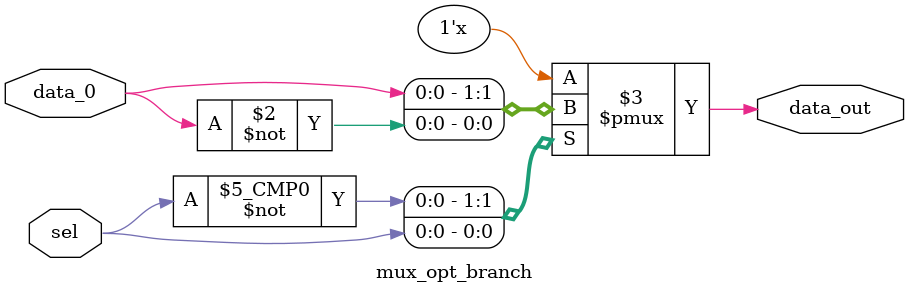
<source format=v>
module mux_opt_branch (
    input wire  sel,
    input wire  data_0, // from flag option
    output wire data_out

);
    always @(sel) begin
        case (sel)
            1'd0: data_out = data_0;
            1'd1: data_out = ~data_0;
            default: data_out = data_0;
        endcase 
    end 

endmodule
</source>
